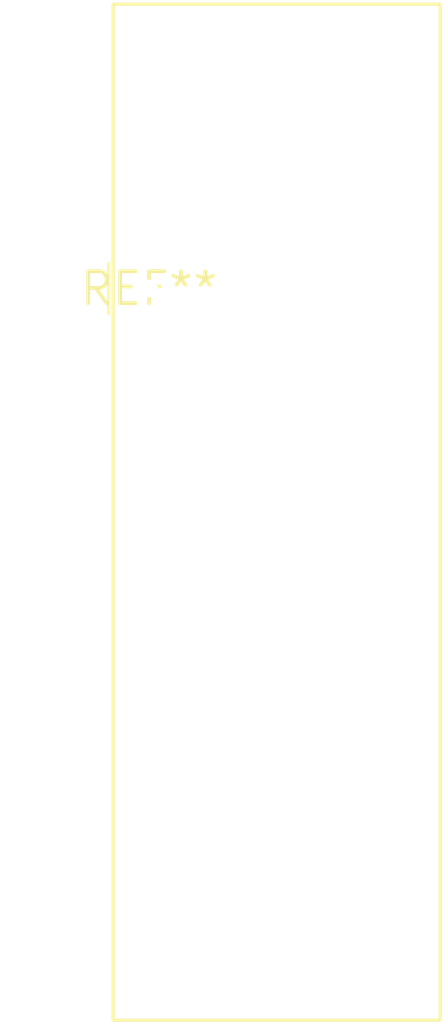
<source format=kicad_pcb>
(kicad_pcb (version 20240108) (generator pcbnew)
  (layers (0 "F.Cu" signal) (31 "B.Cu" signal) (34 "B.Paste" user) (35 "F.Paste" user) (36 "B.SilkS" user "B.Silkscreen") (37 "F.SilkS" user "F.Silkscreen") (38 "B.Mask" user) (39 "F.Mask" user) (44 "Edge.Cuts" user))
  (net 0 "")
  (footprint "LTC-4627Jx" (layer "F.Cu") (at 0 0)
    (property "Reference" "REF**")
    (property "Value" "LTC-4627Jx")
    (fp_line (start -1.6 -1) (end -1.6 1) (layer "F.SilkS") (stroke (width 0.12)))
    (fp_line (start -1.43 -11.31) (end -1.43 29.09) (layer "F.SilkS") (stroke (width 0.12)))
    (fp_line (start -1.43 -11.31) (end 11.59 -11.31) (layer "F.SilkS") (stroke (width 0.12)))
    (fp_line (start -1.43 29.09) (end 11.59 29.09) (layer "F.SilkS") (stroke (width 0.12)))
    (fp_line (start 11.59 -11.31) (end 11.59 29.09) (layer "F.SilkS") (stroke (width 0.12)))
    (pad "1" thru_hole roundrect (at 0 0) (size 1.5 1.5) (drill 0.7) (layers *.Cu *.Mask) (remove_unused_layers))
    (pad "2" thru_hole circle (at 0 2.54) (size 1.5 1.5) (drill 0.7) (layers *.Cu *.Mask) (remove_unused_layers))
    (pad "3" thru_hole circle (at 0 5.08) (size 1.5 1.5) (drill 0.7) (layers *.Cu *.Mask) (remove_unused_layers))
    (pad "4" thru_hole circle (at 0 7.62) (size 1.5 1.5) (drill 0.7) (layers *.Cu *.Mask) (remove_unused_layers))
    (pad "5" thru_hole circle (at 0 10.16) (size 1.5 1.5) (drill 0.7) (layers *.Cu *.Mask) (remove_unused_layers))
    (pad "6" thru_hole circle (at 0 12.7) (size 1.5 1.5) (drill 0.7) (layers *.Cu *.Mask) (remove_unused_layers))
    (pad "7" thru_hole circle (at 0 15.24) (size 1.5 1.5) (drill 0.7) (layers *.Cu *.Mask) (remove_unused_layers))
    (pad "8" thru_hole circle (at 0 17.78) (size 1.5 1.5) (drill 0.7) (layers *.Cu *.Mask) (remove_unused_layers))
    (pad "9" thru_hole circle (at 10.16 17.78) (size 1.5 1.5) (drill 0.7) (layers *.Cu *.Mask) (remove_unused_layers))
    (pad "11" thru_hole circle (at 10.16 12.7) (size 1.5 1.5) (drill 0.7) (layers *.Cu *.Mask) (remove_unused_layers))
    (pad "13" thru_hole circle (at 10.16 7.62) (size 1.5 1.5) (drill 0.7) (layers *.Cu *.Mask) (remove_unused_layers))
    (pad "14" thru_hole circle (at 10.16 5.08) (size 1.5 1.5) (drill 0.7) (layers *.Cu *.Mask) (remove_unused_layers))
    (pad "15" thru_hole circle (at 10.16 2.54) (size 1.5 1.5) (drill 0.7) (layers *.Cu *.Mask) (remove_unused_layers))
    (pad "16" thru_hole circle (at 10.16 0) (size 1.5 1.5) (drill 0.7) (layers *.Cu *.Mask) (remove_unused_layers))
  )
)
</source>
